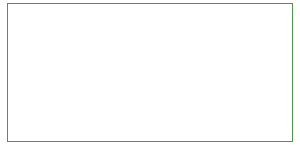
<source format=gbr>
%TF.GenerationSoftware,KiCad,Pcbnew,(5.1.6)-1*%
%TF.CreationDate,2020-11-11T17:13:27-05:00*%
%TF.ProjectId,P2B-DS_FSB,5032422d-4453-45f4-9653-422e6b696361,rev?*%
%TF.SameCoordinates,Original*%
%TF.FileFunction,Profile,NP*%
%FSLAX46Y46*%
G04 Gerber Fmt 4.6, Leading zero omitted, Abs format (unit mm)*
G04 Created by KiCad (PCBNEW (5.1.6)-1) date 2020-11-11 17:13:27*
%MOMM*%
%LPD*%
G01*
G04 APERTURE LIST*
%TA.AperFunction,Profile*%
%ADD10C,0.050000*%
%TD*%
G04 APERTURE END LIST*
D10*
X135382000Y-94234000D02*
X159512000Y-94234000D01*
X135382000Y-105918000D02*
X135382000Y-94234000D01*
X135636000Y-105918000D02*
X135382000Y-105918000D01*
X159512000Y-105918000D02*
X135636000Y-105918000D01*
X159512000Y-94234000D02*
X159512000Y-105918000D01*
M02*

</source>
